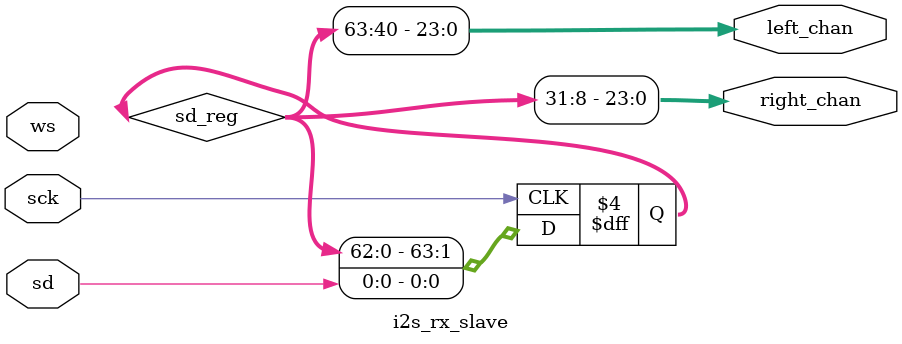
<source format=v>
module i2s_rx_slave #(
    parameter DAT_WDTH = 24,
    parameter SYS_WDTH = 32
)(
    /* I2S interface */
    input wire       sck,
    input wire       ws,
    input wire       sd,
    /* Internal inteface */
    output wire [DAT_WDTH-1:0]  left_chan,
    output wire [DAT_WDTH-1:0]  right_chan
);

    wire valid;

    reg [1:0]                ws_reg;
    reg [2*SYS_WDTH-1:0]     sd_reg;

    always@(posedge sck) begin
        ws_reg  <= {ws_reg, ws};
        sd_reg  <= {sd_reg, sd};
    end
  
    assign left_chan  = sd_reg[2*SYS_WDTH-1 -: DAT_WDTH];
    assign right_chan = sd_reg[  SYS_WDTH-1 -: DAT_WDTH];
    assign valid = (ws_reg == 2'b10);

endmodule
</source>
